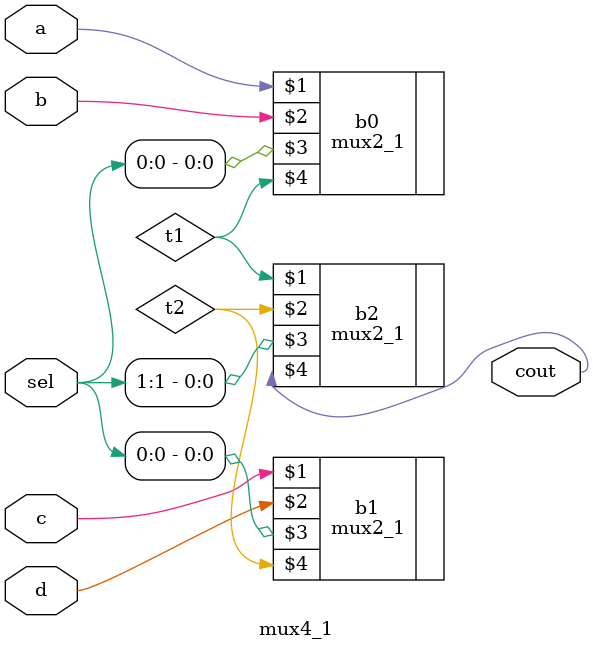
<source format=v>
`timescale 1ns / 1ps


module mux4_1(input wire a,b,c,d,input wire [2:0] sel,output wire cout);
wire t1,t2;
mux2_1 b0(a,b,sel[0],t1);
mux2_1 b1(c,d,sel[0],t2);
mux2_1 b2(t1,t2,sel[1],cout);

endmodule

</source>
